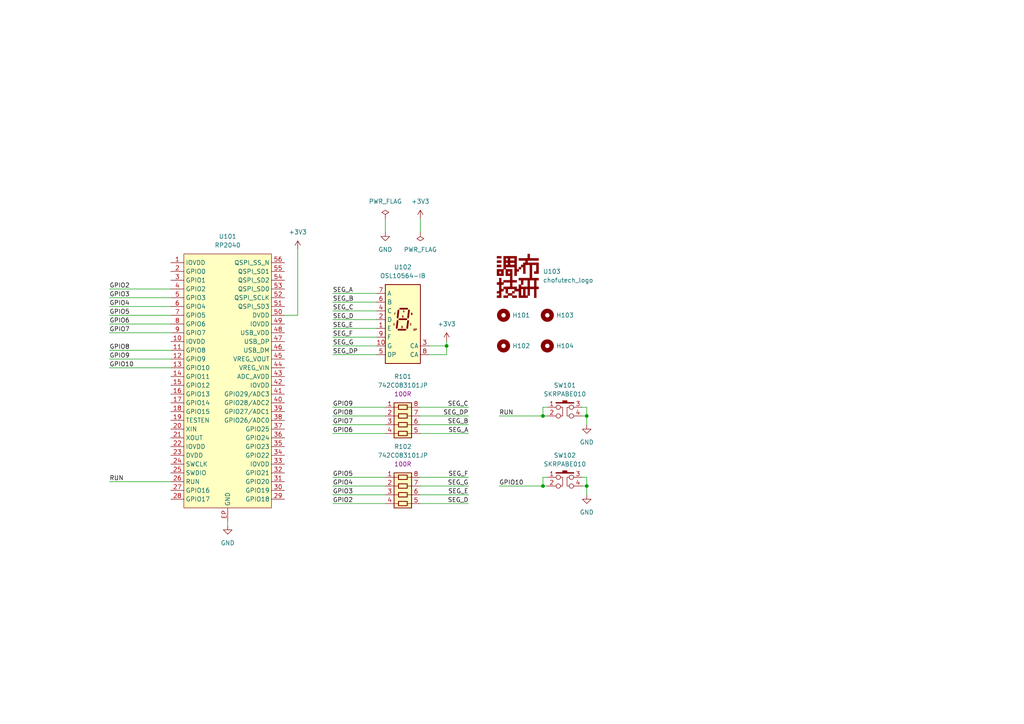
<source format=kicad_sch>
(kicad_sch (version 20211123) (generator eeschema)

  (uuid 1b20ee09-ff29-49bb-8b8d-e6cef60bdce9)

  (paper "A4")

  (title_block
    (title "battery_powered")
  )

  (lib_symbols
    (symbol "00_custom_lib:742C083101JP" (pin_names (offset 0)) (in_bom yes) (on_board yes)
      (property "Reference" "R" (id 0) (at 0 7.62 0)
        (effects (font (size 1.27 1.27)))
      )
      (property "Value" "742C083101JP" (id 1) (at 0 -7.62 0)
        (effects (font (size 1.27 1.27)))
      )
      (property "Footprint" "" (id 2) (at 1.27 9.525 0)
        (effects (font (size 1.27 1.27)) hide)
      )
      (property "Datasheet" "https://www.digikey.jp/en/products/detail/cts-resistor-products/742C083101JP/1124413" (id 3) (at 0 -10.16 0)
        (effects (font (size 1.27 1.27)) hide)
      )
      (property "Param" "100R" (id 4) (at 0 -12.7 0)
        (effects (font (size 1.27 1.27)))
      )
      (property "ki_keywords" "R network" (id 5) (at 0 0 0)
        (effects (font (size 1.27 1.27)) hide)
      )
      (property "ki_description" "100 ohm 5% 4 resistor network isolated, 3216metric, 1206imperial" (id 6) (at 0 0 0)
        (effects (font (size 1.27 1.27)) hide)
      )
      (property "ki_fp_filters" "R?Array?SIP* 742C083101JP" (id 7) (at 0 0 0)
        (effects (font (size 1.27 1.27)) hide)
      )
      (symbol "742C083101JP_0_1"
        (rectangle (start -2.54 5.08) (end 2.54 -5.08)
          (stroke (width 0.254) (type default) (color 0 0 0 0))
          (fill (type background))
        )
        (rectangle (start -1.27 -3.175) (end 1.27 -4.445)
          (stroke (width 0.254) (type default) (color 0 0 0 0))
          (fill (type none))
        )
        (rectangle (start -1.27 -0.635) (end 1.27 -1.905)
          (stroke (width 0.254) (type default) (color 0 0 0 0))
          (fill (type none))
        )
        (rectangle (start -1.27 1.905) (end 1.27 0.635)
          (stroke (width 0.254) (type default) (color 0 0 0 0))
          (fill (type none))
        )
        (rectangle (start -1.27 4.445) (end 1.27 3.175)
          (stroke (width 0.254) (type default) (color 0 0 0 0))
          (fill (type none))
        )
        (polyline
          (pts
            (xy -2.54 -3.81)
            (xy -1.27 -3.81)
          )
          (stroke (width 0) (type default) (color 0 0 0 0))
          (fill (type none))
        )
        (polyline
          (pts
            (xy -2.54 -1.27)
            (xy -1.27 -1.27)
          )
          (stroke (width 0) (type default) (color 0 0 0 0))
          (fill (type none))
        )
        (polyline
          (pts
            (xy -2.54 1.27)
            (xy -1.27 1.27)
          )
          (stroke (width 0) (type default) (color 0 0 0 0))
          (fill (type none))
        )
        (polyline
          (pts
            (xy -2.54 3.81)
            (xy -1.27 3.81)
          )
          (stroke (width 0) (type default) (color 0 0 0 0))
          (fill (type none))
        )
        (polyline
          (pts
            (xy 1.27 -3.81)
            (xy 2.54 -3.81)
          )
          (stroke (width 0) (type default) (color 0 0 0 0))
          (fill (type none))
        )
        (polyline
          (pts
            (xy 1.27 -1.27)
            (xy 2.54 -1.27)
          )
          (stroke (width 0) (type default) (color 0 0 0 0))
          (fill (type none))
        )
        (polyline
          (pts
            (xy 1.27 1.27)
            (xy 2.54 1.27)
          )
          (stroke (width 0) (type default) (color 0 0 0 0))
          (fill (type none))
        )
        (polyline
          (pts
            (xy 1.27 3.81)
            (xy 2.54 3.81)
          )
          (stroke (width 0) (type default) (color 0 0 0 0))
          (fill (type none))
        )
      )
      (symbol "742C083101JP_1_1"
        (pin passive line (at -5.08 3.81 0) (length 2.54)
          (name "" (effects (font (size 1.27 1.27))))
          (number "1" (effects (font (size 1.27 1.27))))
        )
        (pin passive line (at -5.08 1.27 0) (length 2.54)
          (name "" (effects (font (size 1.27 1.27))))
          (number "2" (effects (font (size 1.27 1.27))))
        )
        (pin passive line (at -5.08 -1.27 0) (length 2.54)
          (name "" (effects (font (size 1.27 1.27))))
          (number "3" (effects (font (size 1.27 1.27))))
        )
        (pin passive line (at -5.08 -3.81 0) (length 2.54)
          (name "" (effects (font (size 1.27 1.27))))
          (number "4" (effects (font (size 1.27 1.27))))
        )
        (pin passive line (at 5.08 -3.81 180) (length 2.54)
          (name "" (effects (font (size 1.27 1.27))))
          (number "5" (effects (font (size 1.27 1.27))))
        )
        (pin passive line (at 5.08 -1.27 180) (length 2.54)
          (name "" (effects (font (size 1.27 1.27))))
          (number "6" (effects (font (size 1.27 1.27))))
        )
        (pin passive line (at 5.08 1.27 180) (length 2.54)
          (name "" (effects (font (size 1.27 1.27))))
          (number "7" (effects (font (size 1.27 1.27))))
        )
        (pin passive line (at 5.08 3.81 180) (length 2.54)
          (name "" (effects (font (size 1.27 1.27))))
          (number "8" (effects (font (size 1.27 1.27))))
        )
      )
    )
    (symbol "00_custom_lib:MountingHole_2.2mm_M2" (pin_names (offset 1.016)) (in_bom yes) (on_board yes)
      (property "Reference" "H" (id 0) (at 0 3.175 0)
        (effects (font (size 1.27 1.27)))
      )
      (property "Value" "MountingHole_2.2mm_M2" (id 1) (at 0 -3.175 0)
        (effects (font (size 1.27 1.27)) hide)
      )
      (property "Footprint" "" (id 2) (at 0 -5.715 0)
        (effects (font (size 1.27 1.27)) hide)
      )
      (property "Datasheet" "~" (id 3) (at 0 -8.255 0)
        (effects (font (size 1.27 1.27)) hide)
      )
      (property "ki_keywords" "mounting hole m2" (id 4) (at 0 0 0)
        (effects (font (size 1.27 1.27)) hide)
      )
      (property "ki_description" "Mounting Hole 2.2mm, no annular, M2" (id 5) (at 0 0 0)
        (effects (font (size 1.27 1.27)) hide)
      )
      (property "ki_fp_filters" "MountingHole*" (id 6) (at 0 0 0)
        (effects (font (size 1.27 1.27)) hide)
      )
      (symbol "MountingHole_2.2mm_M2_0_1"
        (circle (center 0 0) (radius 1.27)
          (stroke (width 1.27) (type default) (color 0 0 0 0))
          (fill (type none))
        )
      )
    )
    (symbol "00_custom_lib:OSL10564-IB" (in_bom yes) (on_board yes)
      (property "Reference" "U" (id 0) (at 0 12.7 0)
        (effects (font (size 1.27 1.27)))
      )
      (property "Value" "OSL10564-IB" (id 1) (at 0 -13.335 0)
        (effects (font (size 1.27 1.27)))
      )
      (property "Footprint" "" (id 2) (at 0 -12.7 0)
        (effects (font (size 1.27 1.27)) hide)
      )
      (property "Datasheet" "https://akizukidenshi.com/catalog/g/g112922" (id 3) (at 0 -15.875 0)
        (effects (font (size 1.27 1.27)) hide)
      )
      (property "ki_keywords" "display LED 7-segment" (id 4) (at 0 0 0)
        (effects (font (size 1.27 1.27)) hide)
      )
      (property "ki_description" "One digit 7 segment blue 470nm, 19mm x 12.6mm, Vf 3.3V, common anode" (id 5) (at 0 0 0)
        (effects (font (size 1.27 1.27)) hide)
      )
      (property "ki_fp_filters" "HDSP?7801*" (id 6) (at 0 0 0)
        (effects (font (size 1.27 1.27)) hide)
      )
      (symbol "OSL10564-IB_1_0"
        (text "A" (at 0.254 3.683 0)
          (effects (font (size 0.508 0.508)))
        )
        (text "B" (at 2.54 2.921 0)
          (effects (font (size 0.508 0.508)))
        )
        (text "C" (at 2.286 -0.127 0)
          (effects (font (size 0.508 0.508)))
        )
        (text "D" (at -0.254 -0.889 0)
          (effects (font (size 0.508 0.508)))
        )
        (text "DP" (at 3.556 -1.651 0)
          (effects (font (size 0.508 0.508)))
        )
        (text "E" (at -2.54 -0.127 0)
          (effects (font (size 0.508 0.508)))
        )
        (text "F" (at -2.286 2.921 0)
          (effects (font (size 0.508 0.508)))
        )
        (text "G" (at 0 2.159 0)
          (effects (font (size 0.508 0.508)))
        )
      )
      (symbol "OSL10564-IB_1_1"
        (rectangle (start -5.08 11.43) (end 5.08 -11.43)
          (stroke (width 0.254) (type default) (color 0 0 0 0))
          (fill (type background))
        )
        (polyline
          (pts
            (xy -1.524 0.889)
            (xy -1.778 -1.143)
          )
          (stroke (width 0.508) (type default) (color 0 0 0 0))
          (fill (type none))
        )
        (polyline
          (pts
            (xy -1.27 -1.651)
            (xy 0.762 -1.651)
          )
          (stroke (width 0.508) (type default) (color 0 0 0 0))
          (fill (type none))
        )
        (polyline
          (pts
            (xy -1.27 3.937)
            (xy -1.524 1.905)
          )
          (stroke (width 0.508) (type default) (color 0 0 0 0))
          (fill (type none))
        )
        (polyline
          (pts
            (xy -1.016 1.397)
            (xy 1.016 1.397)
          )
          (stroke (width 0.508) (type default) (color 0 0 0 0))
          (fill (type none))
        )
        (polyline
          (pts
            (xy -0.762 4.445)
            (xy 1.27 4.445)
          )
          (stroke (width 0.508) (type default) (color 0 0 0 0))
          (fill (type none))
        )
        (polyline
          (pts
            (xy 1.524 0.889)
            (xy 1.27 -1.143)
          )
          (stroke (width 0.508) (type default) (color 0 0 0 0))
          (fill (type none))
        )
        (polyline
          (pts
            (xy 1.778 3.937)
            (xy 1.524 1.905)
          )
          (stroke (width 0.508) (type default) (color 0 0 0 0))
          (fill (type none))
        )
        (polyline
          (pts
            (xy 2.54 -1.651)
            (xy 2.54 -1.651)
          )
          (stroke (width 0.508) (type default) (color 0 0 0 0))
          (fill (type none))
        )
        (pin input line (at -7.62 -1.27 0) (length 2.54)
          (name "E" (effects (font (size 1.27 1.27))))
          (number "1" (effects (font (size 1.27 1.27))))
        )
        (pin input line (at -7.62 -6.35 0) (length 2.54)
          (name "G" (effects (font (size 1.27 1.27))))
          (number "10" (effects (font (size 1.27 1.27))))
        )
        (pin input line (at -7.62 1.27 0) (length 2.54)
          (name "D" (effects (font (size 1.27 1.27))))
          (number "2" (effects (font (size 1.27 1.27))))
        )
        (pin input line (at 7.62 -6.35 180) (length 2.54)
          (name "CA" (effects (font (size 1.27 1.27))))
          (number "3" (effects (font (size 1.27 1.27))))
        )
        (pin input line (at -7.62 3.81 0) (length 2.54)
          (name "C" (effects (font (size 1.27 1.27))))
          (number "4" (effects (font (size 1.27 1.27))))
        )
        (pin input line (at -7.62 -8.89 0) (length 2.54)
          (name "DP" (effects (font (size 1.27 1.27))))
          (number "5" (effects (font (size 1.27 1.27))))
        )
        (pin input line (at -7.62 6.35 0) (length 2.54)
          (name "B" (effects (font (size 1.27 1.27))))
          (number "6" (effects (font (size 1.27 1.27))))
        )
        (pin input line (at -7.62 8.89 0) (length 2.54)
          (name "A" (effects (font (size 1.27 1.27))))
          (number "7" (effects (font (size 1.27 1.27))))
        )
        (pin input line (at 7.62 -8.89 180) (length 2.54)
          (name "CA" (effects (font (size 1.27 1.27))))
          (number "8" (effects (font (size 1.27 1.27))))
        )
        (pin input line (at -7.62 -3.81 0) (length 2.54)
          (name "F" (effects (font (size 1.27 1.27))))
          (number "9" (effects (font (size 1.27 1.27))))
        )
      )
    )
    (symbol "00_custom_lib:RP2040" (in_bom yes) (on_board yes)
      (property "Reference" "U" (id 0) (at -12.7 38.735 0)
        (effects (font (size 1.27 1.27)) (justify left))
      )
      (property "Value" "RP2040" (id 1) (at 12.7 38.735 0)
        (effects (font (size 1.27 1.27)) (justify right))
      )
      (property "Footprint" "" (id 2) (at 1.27 -18.415 0)
        (effects (font (size 1.27 1.27)) hide)
      )
      (property "Datasheet" "https://www.raspberrypi.com/products/rp2040/specifications/" (id 3) (at 0 -51.435 0)
        (effects (font (size 1.27 1.27)) hide)
      )
      (property "ki_keywords" "mcu rp2040" (id 4) (at 0 0 0)
        (effects (font (size 1.27 1.27)) hide)
      )
      (property "ki_description" "RP2040 microcontroller" (id 5) (at 0 0 0)
        (effects (font (size 1.27 1.27)) hide)
      )
      (property "ki_fp_filters" "RP2040" (id 6) (at 0 0 0)
        (effects (font (size 1.27 1.27)) hide)
      )
      (symbol "RP2040_0_1"
        (rectangle (start -12.7 36.83) (end 12.7 -36.83)
          (stroke (width 0) (type default) (color 0 0 0 0))
          (fill (type background))
        )
      )
      (symbol "RP2040_1_1"
        (pin power_in line (at -16.51 34.29 0) (length 3.81)
          (name "IOVDD" (effects (font (size 1.27 1.27))))
          (number "1" (effects (font (size 1.27 1.27))))
        )
        (pin power_in line (at -16.51 11.43 0) (length 3.81)
          (name "IOVDD" (effects (font (size 1.27 1.27))))
          (number "10" (effects (font (size 1.27 1.27))))
        )
        (pin passive line (at -16.51 8.89 0) (length 3.81)
          (name "GPIO8" (effects (font (size 1.27 1.27))))
          (number "11" (effects (font (size 1.27 1.27))))
        )
        (pin passive line (at -16.51 6.35 0) (length 3.81)
          (name "GPIO9" (effects (font (size 1.27 1.27))))
          (number "12" (effects (font (size 1.27 1.27))))
        )
        (pin passive line (at -16.51 3.81 0) (length 3.81)
          (name "GPIO10" (effects (font (size 1.27 1.27))))
          (number "13" (effects (font (size 1.27 1.27))))
        )
        (pin passive line (at -16.51 1.27 0) (length 3.81)
          (name "GPIO11" (effects (font (size 1.27 1.27))))
          (number "14" (effects (font (size 1.27 1.27))))
        )
        (pin power_in line (at -16.51 -1.27 0) (length 3.81)
          (name "GPIO12" (effects (font (size 1.27 1.27))))
          (number "15" (effects (font (size 1.27 1.27))))
        )
        (pin passive line (at -16.51 -3.81 0) (length 3.81)
          (name "GPIO13" (effects (font (size 1.27 1.27))))
          (number "16" (effects (font (size 1.27 1.27))))
        )
        (pin passive line (at -16.51 -6.35 0) (length 3.81)
          (name "GPIO14" (effects (font (size 1.27 1.27))))
          (number "17" (effects (font (size 1.27 1.27))))
        )
        (pin passive line (at -16.51 -8.89 0) (length 3.81)
          (name "GPIO15" (effects (font (size 1.27 1.27))))
          (number "18" (effects (font (size 1.27 1.27))))
        )
        (pin passive line (at -16.51 -11.43 0) (length 3.81)
          (name "TESTEN" (effects (font (size 1.27 1.27))))
          (number "19" (effects (font (size 1.27 1.27))))
        )
        (pin passive line (at -16.51 31.75 0) (length 3.81)
          (name "GPIO0" (effects (font (size 1.27 1.27))))
          (number "2" (effects (font (size 1.27 1.27))))
        )
        (pin passive line (at -16.51 -13.97 0) (length 3.81)
          (name "XIN" (effects (font (size 1.27 1.27))))
          (number "20" (effects (font (size 1.27 1.27))))
        )
        (pin passive line (at -16.51 -16.51 0) (length 3.81)
          (name "XOUT" (effects (font (size 1.27 1.27))))
          (number "21" (effects (font (size 1.27 1.27))))
        )
        (pin power_in line (at -16.51 -19.05 0) (length 3.81)
          (name "IOVDD" (effects (font (size 1.27 1.27))))
          (number "22" (effects (font (size 1.27 1.27))))
        )
        (pin power_in line (at -16.51 -21.59 0) (length 3.81)
          (name "DVDD" (effects (font (size 1.27 1.27))))
          (number "23" (effects (font (size 1.27 1.27))))
        )
        (pin passive line (at -16.51 -24.13 0) (length 3.81)
          (name "SWCLK" (effects (font (size 1.27 1.27))))
          (number "24" (effects (font (size 1.27 1.27))))
        )
        (pin passive line (at -16.51 -26.67 0) (length 3.81)
          (name "SWDIO" (effects (font (size 1.27 1.27))))
          (number "25" (effects (font (size 1.27 1.27))))
        )
        (pin passive line (at -16.51 -29.21 0) (length 3.81)
          (name "RUN" (effects (font (size 1.27 1.27))))
          (number "26" (effects (font (size 1.27 1.27))))
        )
        (pin passive line (at -16.51 -31.75 0) (length 3.81)
          (name "GPIO16" (effects (font (size 1.27 1.27))))
          (number "27" (effects (font (size 1.27 1.27))))
        )
        (pin passive line (at -16.51 -34.29 0) (length 3.81)
          (name "GPIO17" (effects (font (size 1.27 1.27))))
          (number "28" (effects (font (size 1.27 1.27))))
        )
        (pin passive line (at 16.51 -34.29 180) (length 3.81)
          (name "GPIO18" (effects (font (size 1.27 1.27))))
          (number "29" (effects (font (size 1.27 1.27))))
        )
        (pin passive line (at -16.51 29.21 0) (length 3.81)
          (name "GPIO1" (effects (font (size 1.27 1.27))))
          (number "3" (effects (font (size 1.27 1.27))))
        )
        (pin passive line (at 16.51 -31.75 180) (length 3.81)
          (name "GPIO19" (effects (font (size 1.27 1.27))))
          (number "30" (effects (font (size 1.27 1.27))))
        )
        (pin passive line (at 16.51 -29.21 180) (length 3.81)
          (name "GPIO20" (effects (font (size 1.27 1.27))))
          (number "31" (effects (font (size 1.27 1.27))))
        )
        (pin passive line (at 16.51 -26.67 180) (length 3.81)
          (name "GPIO21" (effects (font (size 1.27 1.27))))
          (number "32" (effects (font (size 1.27 1.27))))
        )
        (pin power_in line (at 16.51 -24.13 180) (length 3.81)
          (name "IOVDD" (effects (font (size 1.27 1.27))))
          (number "33" (effects (font (size 1.27 1.27))))
        )
        (pin passive line (at 16.51 -21.59 180) (length 3.81)
          (name "GPIO22" (effects (font (size 1.27 1.27))))
          (number "34" (effects (font (size 1.27 1.27))))
        )
        (pin passive line (at 16.51 -19.05 180) (length 3.81)
          (name "GPIO23" (effects (font (size 1.27 1.27))))
          (number "35" (effects (font (size 1.27 1.27))))
        )
        (pin passive line (at 16.51 -16.51 180) (length 3.81)
          (name "GPIO24" (effects (font (size 1.27 1.27))))
          (number "36" (effects (font (size 1.27 1.27))))
        )
        (pin passive line (at 16.51 -13.97 180) (length 3.81)
          (name "GPIO25" (effects (font (size 1.27 1.27))))
          (number "37" (effects (font (size 1.27 1.27))))
        )
        (pin passive line (at 16.51 -11.43 180) (length 3.81)
          (name "GPIO26/ADC0" (effects (font (size 1.27 1.27))))
          (number "38" (effects (font (size 1.27 1.27))))
        )
        (pin passive line (at 16.51 -8.89 180) (length 3.81)
          (name "GPIO27/ADC1" (effects (font (size 1.27 1.27))))
          (number "39" (effects (font (size 1.27 1.27))))
        )
        (pin passive line (at -16.51 26.67 0) (length 3.81)
          (name "GPIO2" (effects (font (size 1.27 1.27))))
          (number "4" (effects (font (size 1.27 1.27))))
        )
        (pin passive line (at 16.51 -6.35 180) (length 3.81)
          (name "GPIO28/ADC2" (effects (font (size 1.27 1.27))))
          (number "40" (effects (font (size 1.27 1.27))))
        )
        (pin passive line (at 16.51 -3.81 180) (length 3.81)
          (name "GPIO29/ADC3" (effects (font (size 1.27 1.27))))
          (number "41" (effects (font (size 1.27 1.27))))
        )
        (pin power_in line (at 16.51 -1.27 180) (length 3.81)
          (name "IOVDD" (effects (font (size 1.27 1.27))))
          (number "42" (effects (font (size 1.27 1.27))))
        )
        (pin power_in line (at 16.51 1.27 180) (length 3.81)
          (name "ADC_AVDD" (effects (font (size 1.27 1.27))))
          (number "43" (effects (font (size 1.27 1.27))))
        )
        (pin power_in line (at 16.51 3.81 180) (length 3.81)
          (name "VREG_VIN" (effects (font (size 1.27 1.27))))
          (number "44" (effects (font (size 1.27 1.27))))
        )
        (pin power_out line (at 16.51 6.35 180) (length 3.81)
          (name "VREG_VOUT" (effects (font (size 1.27 1.27))))
          (number "45" (effects (font (size 1.27 1.27))))
        )
        (pin passive line (at 16.51 8.89 180) (length 3.81)
          (name "USB_DM" (effects (font (size 1.27 1.27))))
          (number "46" (effects (font (size 1.27 1.27))))
        )
        (pin passive line (at 16.51 11.43 180) (length 3.81)
          (name "USB_DP" (effects (font (size 1.27 1.27))))
          (number "47" (effects (font (size 1.27 1.27))))
        )
        (pin power_in line (at 16.51 13.97 180) (length 3.81)
          (name "USB_VDD" (effects (font (size 1.27 1.27))))
          (number "48" (effects (font (size 1.27 1.27))))
        )
        (pin power_in line (at 16.51 16.51 180) (length 3.81)
          (name "IOVDD" (effects (font (size 1.27 1.27))))
          (number "49" (effects (font (size 1.27 1.27))))
        )
        (pin passive line (at -16.51 24.13 0) (length 3.81)
          (name "GPIO3" (effects (font (size 1.27 1.27))))
          (number "5" (effects (font (size 1.27 1.27))))
        )
        (pin power_in line (at 16.51 19.05 180) (length 3.81)
          (name "DVDD" (effects (font (size 1.27 1.27))))
          (number "50" (effects (font (size 1.27 1.27))))
        )
        (pin passive line (at 16.51 21.59 180) (length 3.81)
          (name "QSPI_SD3" (effects (font (size 1.27 1.27))))
          (number "51" (effects (font (size 1.27 1.27))))
        )
        (pin passive line (at 16.51 24.13 180) (length 3.81)
          (name "QSPI_SCLK" (effects (font (size 1.27 1.27))))
          (number "52" (effects (font (size 1.27 1.27))))
        )
        (pin passive line (at 16.51 26.67 180) (length 3.81)
          (name "QSPI_SD0" (effects (font (size 1.27 1.27))))
          (number "53" (effects (font (size 1.27 1.27))))
        )
        (pin passive line (at 16.51 29.21 180) (length 3.81)
          (name "QSPI_SD2" (effects (font (size 1.27 1.27))))
          (number "54" (effects (font (size 1.27 1.27))))
        )
        (pin passive line (at 16.51 31.75 180) (length 3.81)
          (name "QSPI_SD1" (effects (font (size 1.27 1.27))))
          (number "55" (effects (font (size 1.27 1.27))))
        )
        (pin passive line (at 16.51 34.29 180) (length 3.81)
          (name "QSPI_SS_N" (effects (font (size 1.27 1.27))))
          (number "56" (effects (font (size 1.27 1.27))))
        )
        (pin passive line (at -16.51 21.59 0) (length 3.81)
          (name "GPIO4" (effects (font (size 1.27 1.27))))
          (number "6" (effects (font (size 1.27 1.27))))
        )
        (pin passive line (at -16.51 19.05 0) (length 3.81)
          (name "GPIO5" (effects (font (size 1.27 1.27))))
          (number "7" (effects (font (size 1.27 1.27))))
        )
        (pin passive line (at -16.51 16.51 0) (length 3.81)
          (name "GPIO6" (effects (font (size 1.27 1.27))))
          (number "8" (effects (font (size 1.27 1.27))))
        )
        (pin passive line (at -16.51 13.97 0) (length 3.81)
          (name "GPIO7" (effects (font (size 1.27 1.27))))
          (number "9" (effects (font (size 1.27 1.27))))
        )
        (pin power_in line (at 0 -40.64 90) (length 3.81)
          (name "GND" (effects (font (size 1.27 1.27))))
          (number "EP" (effects (font (size 1.27 1.27))))
        )
      )
    )
    (symbol "00_custom_lib:SKRPABE010" (in_bom yes) (on_board yes)
      (property "Reference" "SW" (id 0) (at 0 5.08 0)
        (effects (font (size 1.27 1.27)))
      )
      (property "Value" "SKRPABE010" (id 1) (at 0 -3.81 0)
        (effects (font (size 1.27 1.27)))
      )
      (property "Footprint" "" (id 2) (at -5.08 1.27 0)
        (effects (font (size 1.27 1.27)) hide)
      )
      (property "Datasheet" "https://akizukidenshi.com/catalog/g/gP-06184/" (id 3) (at 0 -6.35 0)
        (effects (font (size 1.27 1.27)) hide)
      )
      (property "ki_keywords" "tactile switch" (id 4) (at 0 0 0)
        (effects (font (size 1.27 1.27)) hide)
      )
      (property "ki_description" "Tactile switch, 16V, 1.57N, SMD" (id 5) (at 0 0 0)
        (effects (font (size 1.27 1.27)) hide)
      )
      (symbol "SKRPABE010_0_1"
        (circle (center -1.905 -1.27) (radius 0.635)
          (stroke (width 0) (type default) (color 0 0 0 0))
          (fill (type none))
        )
        (circle (center -1.905 1.27) (radius 0.635)
          (stroke (width 0) (type default) (color 0 0 0 0))
          (fill (type none))
        )
        (rectangle (start -0.635 3.175) (end 0.635 2.54)
          (stroke (width 0) (type default) (color 0 0 0 0))
          (fill (type outline))
        )
        (polyline
          (pts
            (xy -1.27 1.27)
            (xy -0.635 1.27)
            (xy -0.635 -1.27)
            (xy -1.27 -1.27)
          )
          (stroke (width 0) (type default) (color 0 0 0 0))
          (fill (type none))
        )
        (polyline
          (pts
            (xy 1.27 -1.27)
            (xy 0.635 -1.27)
            (xy 0.635 1.27)
            (xy 1.27 1.27)
          )
          (stroke (width 0) (type default) (color 0 0 0 0))
          (fill (type none))
        )
        (circle (center 1.905 -1.27) (radius 0.635)
          (stroke (width 0) (type default) (color 0 0 0 0))
          (fill (type none))
        )
        (circle (center 1.905 1.27) (radius 0.635)
          (stroke (width 0) (type default) (color 0 0 0 0))
          (fill (type none))
        )
        (pin passive line (at -5.08 1.27 0) (length 2.54)
          (name "" (effects (font (size 1.27 1.27))))
          (number "1" (effects (font (size 1.27 1.27))))
        )
        (pin passive line (at -5.08 -1.27 0) (length 2.54)
          (name "" (effects (font (size 1.27 1.27))))
          (number "2" (effects (font (size 1.27 1.27))))
        )
        (pin passive line (at 5.08 1.27 180) (length 2.54)
          (name "" (effects (font (size 1.27 1.27))))
          (number "3" (effects (font (size 1.27 1.27))))
        )
        (pin passive line (at 5.08 -1.27 180) (length 2.54)
          (name "" (effects (font (size 1.27 1.27))))
          (number "4" (effects (font (size 1.27 1.27))))
        )
      )
      (symbol "SKRPABE010_1_0"
        (polyline
          (pts
            (xy 2.54 2.54)
            (xy -2.54 2.54)
          )
          (stroke (width 0.381) (type default) (color 0 0 0 0))
          (fill (type none))
        )
      )
    )
    (symbol "00_custom_lib:chofutech_logo" (in_bom yes) (on_board yes)
      (property "Reference" "U" (id 0) (at 0 9.525 0)
        (effects (font (size 1.27 1.27)))
      )
      (property "Value" "chofutech_logo" (id 1) (at 0 7.62 0)
        (effects (font (size 1.27 1.27)))
      )
      (property "Footprint" "" (id 2) (at -6.35 0 0)
        (effects (font (size 1.27 1.27)) hide)
      )
      (property "Datasheet" "" (id 3) (at -6.35 0 0)
        (effects (font (size 1.27 1.27)) hide)
      )
      (property "ki_keywords" "Chofutech Logo" (id 4) (at 0 0 0)
        (effects (font (size 1.27 1.27)) hide)
      )
      (property "ki_description" "Chofutech Logo" (id 5) (at 0 0 0)
        (effects (font (size 1.27 1.27)) hide)
      )
      (symbol "chofutech_logo_0_1"
        (polyline
          (pts
            (xy -5.715 3.175)
            (xy -5.715 2.54)
            (xy -4.445 2.54)
            (xy -4.445 3.175)
            (xy -5.715 3.175)
          )
          (stroke (width 0.0013) (type default) (color 0 0 0 0))
          (fill (type outline))
        )
        (polyline
          (pts
            (xy -5.715 4.445)
            (xy -5.715 3.81)
            (xy -4.445 3.81)
            (xy -4.445 4.445)
            (xy -5.715 4.445)
          )
          (stroke (width 0.0013) (type default) (color 0 0 0 0))
          (fill (type outline))
        )
        (polyline
          (pts
            (xy -5.715 5.715)
            (xy -5.715 5.08)
            (xy -4.445 5.08)
            (xy -4.445 5.715)
            (xy -5.715 5.715)
          )
          (stroke (width 0.0013) (type default) (color 0 0 0 0))
          (fill (type outline))
        )
        (polyline
          (pts
            (xy -3.81 5.715)
            (xy -3.81 4.445)
            (xy -3.175 4.445)
            (xy -3.175 5.08)
            (xy -2.54 5.08)
            (xy -2.54 4.445)
            (xy -3.81 4.445)
            (xy -3.81 3.175)
            (xy -3.175 3.175)
            (xy -3.175 3.81)
            (xy -2.54 3.81)
            (xy -2.54 3.175)
            (xy -3.81 3.175)
            (xy -3.81 1.905)
            (xy -5.715 1.905)
            (xy -5.715 0)
            (xy -3.81 0)
            (xy -3.81 1.27)
            (xy -4.445 1.27)
            (xy -4.445 0.635)
            (xy -5.08 0.635)
            (xy -5.08 1.27)
            (xy -3.81 1.27)
            (xy -3.81 1.905)
            (xy -3.175 1.905)
            (xy -3.175 2.54)
            (xy -1.905 2.54)
            (xy -1.905 5.08)
            (xy -0.635 5.08)
            (xy -0.635 4.445)
            (xy -1.905 4.445)
            (xy -1.905 3.81)
            (xy -0.635 3.81)
            (xy -0.635 3.175)
            (xy -1.905 3.175)
            (xy -1.905 2.54)
            (xy -0.635 2.54)
            (xy -0.635 0)
            (xy 0 0)
            (xy 0 1.27)
            (xy 0.635 1.27)
            (xy 0.635 1.905)
            (xy 1.27 1.905)
            (xy 1.27 2.54)
            (xy 1.905 2.54)
            (xy 1.905 0.635)
            (xy 2.54 0.635)
            (xy 2.54 3.175)
            (xy 3.81 3.175)
            (xy 3.81 -1.27)
            (xy 5.08 -1.27)
            (xy 5.08 -3.175)
            (xy 3.81 -3.175)
            (xy 3.81 -1.27)
            (xy 3.175 -1.27)
            (xy 3.175 -3.175)
            (xy 1.27 -3.175)
            (xy 1.27 -2.54)
            (xy 1.905 -2.54)
            (xy 1.905 -1.27)
            (xy 3.81 -1.27)
            (xy 3.81 -0.635)
            (xy 0.635 -0.635)
            (xy 0.635 -1.27)
            (xy 1.27 -1.27)
            (xy 1.27 -2.54)
            (xy 0.635 -2.54)
            (xy 0.635 -3.81)
            (xy 1.905 -3.81)
            (xy 1.905 -5.715)
            (xy 2.54 -5.715)
            (xy 2.54 -3.81)
            (xy 3.175 -3.81)
            (xy 3.175 -5.715)
            (xy 1.27 -5.715)
            (xy 1.27 -3.81)
            (xy 0 -3.81)
            (xy 0 -3.175)
            (xy -1.27 -3.175)
            (xy -1.27 -1.905)
            (xy 0 -1.905)
            (xy 0 -1.27)
            (xy -1.27 -1.27)
            (xy -1.27 1.905)
            (xy -3.175 1.905)
            (xy -3.175 0)
            (xy -1.905 0)
            (xy -1.905 0.635)
            (xy -2.54 0.635)
            (xy -2.54 1.27)
            (xy -1.905 1.27)
            (xy -1.905 -1.27)
            (xy -3.81 -1.27)
            (xy -3.81 -1.905)
            (xy -1.905 -1.905)
            (xy -1.905 -3.175)
            (xy -3.81 -3.175)
            (xy -3.81 -3.81)
            (xy -4.445 -3.81)
            (xy -4.445 -3.175)
            (xy -4.445 -2.54)
            (xy -3.81 -2.54)
            (xy -3.81 -1.905)
            (xy -4.445 -1.905)
            (xy -4.445 -0.635)
            (xy -5.08 -0.635)
            (xy -5.08 -1.905)
            (xy -5.715 -1.905)
            (xy -5.715 -2.54)
            (xy -5.08 -2.54)
            (xy -5.08 -4.445)
            (xy -5.715 -4.445)
            (xy -5.715 -5.08)
            (xy -5.08 -5.08)
            (xy -5.08 -5.715)
            (xy -5.715 -5.715)
            (xy -5.715 -6.35)
            (xy -4.445 -6.35)
            (xy -4.445 -4.445)
            (xy -3.81 -4.445)
            (xy -3.81 -3.81)
            (xy -3.175 -3.81)
            (xy -3.175 -5.08)
            (xy -2.54 -5.08)
            (xy -2.54 -3.81)
            (xy -0.635 -3.81)
            (xy -0.635 -4.445)
            (xy -1.27 -4.445)
            (xy -1.27 -5.08)
            (xy -2.54 -5.08)
            (xy -2.54 -5.715)
            (xy -3.81 -5.715)
            (xy -3.81 -6.35)
            (xy -2.54 -6.35)
            (xy -2.54 -5.715)
            (xy -1.27 -5.715)
            (xy -1.27 -6.35)
            (xy 0 -6.35)
            (xy 0 -5.715)
            (xy -1.27 -5.715)
            (xy -1.27 -5.08)
            (xy -0.635 -5.08)
            (xy -0.635 -4.445)
            (xy 0.635 -4.445)
            (xy 0.635 -6.35)
            (xy 3.175 -6.35)
            (xy 3.175 -5.715)
            (xy 3.81 -5.715)
            (xy 3.81 -3.81)
            (xy 5.08 -3.81)
            (xy 5.08 -6.35)
            (xy 5.715 -6.35)
            (xy 5.715 -3.81)
            (xy 6.35 -3.81)
            (xy 6.35 -3.175)
            (xy 5.715 -3.175)
            (xy 5.715 -1.27)
            (xy 6.35 -1.27)
            (xy 6.35 -0.635)
            (xy 4.445 -0.635)
            (xy 4.445 3.175)
            (xy 5.715 3.175)
            (xy 5.715 1.27)
            (xy 5.08 1.27)
            (xy 5.08 0.635)
            (xy 6.35 0.635)
            (xy 6.35 3.81)
            (xy 3.175 3.81)
            (xy 3.175 4.445)
            (xy 6.35 4.445)
            (xy 6.35 5.08)
            (xy 3.81 5.08)
            (xy 3.81 6.35)
            (xy 3.175 6.35)
            (xy 3.175 5.08)
            (xy 0.635 5.08)
            (xy 0.635 4.445)
            (xy 2.54 4.445)
            (xy 2.54 3.81)
            (xy 1.905 3.81)
            (xy 1.905 3.175)
            (xy 1.27 3.175)
            (xy 1.27 2.54)
            (xy 0.635 2.54)
            (xy 0.635 1.905)
            (xy 0 1.905)
            (xy 0 5.715)
            (xy -3.81 5.715)
          )
          (stroke (width 0.0013) (type default) (color 0 0 0 0))
          (fill (type outline))
        )
      )
    )
    (symbol "power:+3V3" (power) (pin_names (offset 0)) (in_bom yes) (on_board yes)
      (property "Reference" "#PWR" (id 0) (at 0 -3.81 0)
        (effects (font (size 1.27 1.27)) hide)
      )
      (property "Value" "+3V3" (id 1) (at 0 3.556 0)
        (effects (font (size 1.27 1.27)))
      )
      (property "Footprint" "" (id 2) (at 0 0 0)
        (effects (font (size 1.27 1.27)) hide)
      )
      (property "Datasheet" "" (id 3) (at 0 0 0)
        (effects (font (size 1.27 1.27)) hide)
      )
      (property "ki_keywords" "global power" (id 4) (at 0 0 0)
        (effects (font (size 1.27 1.27)) hide)
      )
      (property "ki_description" "Power symbol creates a global label with name \"+3V3\"" (id 5) (at 0 0 0)
        (effects (font (size 1.27 1.27)) hide)
      )
      (symbol "+3V3_0_1"
        (polyline
          (pts
            (xy -0.762 1.27)
            (xy 0 2.54)
          )
          (stroke (width 0) (type default) (color 0 0 0 0))
          (fill (type none))
        )
        (polyline
          (pts
            (xy 0 0)
            (xy 0 2.54)
          )
          (stroke (width 0) (type default) (color 0 0 0 0))
          (fill (type none))
        )
        (polyline
          (pts
            (xy 0 2.54)
            (xy 0.762 1.27)
          )
          (stroke (width 0) (type default) (color 0 0 0 0))
          (fill (type none))
        )
      )
      (symbol "+3V3_1_1"
        (pin power_in line (at 0 0 90) (length 0) hide
          (name "+3V3" (effects (font (size 1.27 1.27))))
          (number "1" (effects (font (size 1.27 1.27))))
        )
      )
    )
    (symbol "power:GND" (power) (pin_names (offset 0)) (in_bom yes) (on_board yes)
      (property "Reference" "#PWR" (id 0) (at 0 -6.35 0)
        (effects (font (size 1.27 1.27)) hide)
      )
      (property "Value" "GND" (id 1) (at 0 -3.81 0)
        (effects (font (size 1.27 1.27)))
      )
      (property "Footprint" "" (id 2) (at 0 0 0)
        (effects (font (size 1.27 1.27)) hide)
      )
      (property "Datasheet" "" (id 3) (at 0 0 0)
        (effects (font (size 1.27 1.27)) hide)
      )
      (property "ki_keywords" "global power" (id 4) (at 0 0 0)
        (effects (font (size 1.27 1.27)) hide)
      )
      (property "ki_description" "Power symbol creates a global label with name \"GND\" , ground" (id 5) (at 0 0 0)
        (effects (font (size 1.27 1.27)) hide)
      )
      (symbol "GND_0_1"
        (polyline
          (pts
            (xy 0 0)
            (xy 0 -1.27)
            (xy 1.27 -1.27)
            (xy 0 -2.54)
            (xy -1.27 -1.27)
            (xy 0 -1.27)
          )
          (stroke (width 0) (type default) (color 0 0 0 0))
          (fill (type none))
        )
      )
      (symbol "GND_1_1"
        (pin power_in line (at 0 0 270) (length 0) hide
          (name "GND" (effects (font (size 1.27 1.27))))
          (number "1" (effects (font (size 1.27 1.27))))
        )
      )
    )
    (symbol "power:PWR_FLAG" (power) (pin_numbers hide) (pin_names (offset 0) hide) (in_bom yes) (on_board yes)
      (property "Reference" "#FLG" (id 0) (at 0 1.905 0)
        (effects (font (size 1.27 1.27)) hide)
      )
      (property "Value" "PWR_FLAG" (id 1) (at 0 3.81 0)
        (effects (font (size 1.27 1.27)))
      )
      (property "Footprint" "" (id 2) (at 0 0 0)
        (effects (font (size 1.27 1.27)) hide)
      )
      (property "Datasheet" "~" (id 3) (at 0 0 0)
        (effects (font (size 1.27 1.27)) hide)
      )
      (property "ki_keywords" "flag power" (id 4) (at 0 0 0)
        (effects (font (size 1.27 1.27)) hide)
      )
      (property "ki_description" "Special symbol for telling ERC where power comes from" (id 5) (at 0 0 0)
        (effects (font (size 1.27 1.27)) hide)
      )
      (symbol "PWR_FLAG_0_0"
        (pin power_out line (at 0 0 90) (length 0)
          (name "pwr" (effects (font (size 1.27 1.27))))
          (number "1" (effects (font (size 1.27 1.27))))
        )
      )
      (symbol "PWR_FLAG_0_1"
        (polyline
          (pts
            (xy 0 0)
            (xy 0 1.27)
            (xy -1.016 1.905)
            (xy 0 2.54)
            (xy 1.016 1.905)
            (xy 0 1.27)
          )
          (stroke (width 0) (type default) (color 0 0 0 0))
          (fill (type none))
        )
      )
    )
  )


  (junction (at 129.54 100.33) (diameter 0) (color 0 0 0 0)
    (uuid 0620b0b2-c7b0-4c12-a552-7aa8041c7962)
  )
  (junction (at 157.48 140.97) (diameter 0) (color 0 0 0 0)
    (uuid 1daa6c5b-8fe6-4836-bf4c-2df54206462c)
  )
  (junction (at 157.48 120.65) (diameter 0) (color 0 0 0 0)
    (uuid 507836ef-f412-4e7b-ae9c-fe0f3421e4f3)
  )
  (junction (at 170.18 120.65) (diameter 0) (color 0 0 0 0)
    (uuid 5ab669f9-2b2e-4935-ac23-da4ed2e97671)
  )
  (junction (at 170.18 140.97) (diameter 0) (color 0 0 0 0)
    (uuid f7e5d356-07ab-4e26-b660-1f9e2bdf3af3)
  )

  (wire (pts (xy 157.48 140.97) (xy 158.75 140.97))
    (stroke (width 0) (type default) (color 0 0 0 0))
    (uuid 01059cff-2151-4925-abad-5f7d6f8a6345)
  )
  (wire (pts (xy 96.52 138.43) (xy 111.76 138.43))
    (stroke (width 0) (type default) (color 0 0 0 0))
    (uuid 02de0b62-d6e7-4721-bdc7-5fde203cf2b9)
  )
  (wire (pts (xy 129.54 100.33) (xy 129.54 99.06))
    (stroke (width 0) (type default) (color 0 0 0 0))
    (uuid 0608ed77-f322-46f3-b51f-286dd5ab9331)
  )
  (wire (pts (xy 31.75 101.6) (xy 49.53 101.6))
    (stroke (width 0) (type default) (color 0 0 0 0))
    (uuid 0abbc2f3-74bc-4821-8b1d-3f81409c54e4)
  )
  (wire (pts (xy 121.92 120.65) (xy 135.89 120.65))
    (stroke (width 0) (type default) (color 0 0 0 0))
    (uuid 0f4152b7-67b4-4104-bc46-501a5386d44a)
  )
  (wire (pts (xy 170.18 140.97) (xy 170.18 143.51))
    (stroke (width 0) (type default) (color 0 0 0 0))
    (uuid 1bf76969-2e71-4f5c-b528-7c500a7c510b)
  )
  (wire (pts (xy 31.75 91.44) (xy 49.53 91.44))
    (stroke (width 0) (type default) (color 0 0 0 0))
    (uuid 235bb615-ad2c-413b-a3a8-1106497faf28)
  )
  (wire (pts (xy 96.52 90.17) (xy 109.22 90.17))
    (stroke (width 0) (type default) (color 0 0 0 0))
    (uuid 240816ad-583c-4f86-a300-91e6ef060eac)
  )
  (wire (pts (xy 144.78 120.65) (xy 157.48 120.65))
    (stroke (width 0) (type default) (color 0 0 0 0))
    (uuid 25a2f452-2ea8-48da-ac22-0adee0ff29bd)
  )
  (wire (pts (xy 157.48 138.43) (xy 157.48 140.97))
    (stroke (width 0) (type default) (color 0 0 0 0))
    (uuid 25f23f86-ec4f-4616-8525-0cb2cc3a0e36)
  )
  (wire (pts (xy 124.46 102.87) (xy 129.54 102.87))
    (stroke (width 0) (type default) (color 0 0 0 0))
    (uuid 2714b232-c14a-492d-8672-65587cd92628)
  )
  (wire (pts (xy 170.18 118.11) (xy 170.18 120.65))
    (stroke (width 0) (type default) (color 0 0 0 0))
    (uuid 2b1f34b5-227d-4469-86ae-7903ad70f2df)
  )
  (wire (pts (xy 96.52 87.63) (xy 109.22 87.63))
    (stroke (width 0) (type default) (color 0 0 0 0))
    (uuid 2b2e5b3a-7dfc-4dbc-b8ae-42db14a616c8)
  )
  (wire (pts (xy 170.18 120.65) (xy 168.91 120.65))
    (stroke (width 0) (type default) (color 0 0 0 0))
    (uuid 2e1d61e8-b5cb-4bab-82d1-a36e652d9d9b)
  )
  (wire (pts (xy 170.18 138.43) (xy 168.91 138.43))
    (stroke (width 0) (type default) (color 0 0 0 0))
    (uuid 34b67323-2dd5-4d95-9770-4806bc178c12)
  )
  (wire (pts (xy 86.36 91.44) (xy 82.55 91.44))
    (stroke (width 0) (type default) (color 0 0 0 0))
    (uuid 40c9c1e5-75e1-4393-990b-6f37a0ae7c7d)
  )
  (wire (pts (xy 31.75 106.68) (xy 49.53 106.68))
    (stroke (width 0) (type default) (color 0 0 0 0))
    (uuid 434001f9-2c68-42df-883c-22f3b3c3b3f9)
  )
  (wire (pts (xy 96.52 120.65) (xy 111.76 120.65))
    (stroke (width 0) (type default) (color 0 0 0 0))
    (uuid 53a8ff7e-deba-4519-9d67-8a61da393558)
  )
  (wire (pts (xy 121.92 123.19) (xy 135.89 123.19))
    (stroke (width 0) (type default) (color 0 0 0 0))
    (uuid 5412a782-ab60-4e98-a9f8-92a9c38a8afb)
  )
  (wire (pts (xy 96.52 125.73) (xy 111.76 125.73))
    (stroke (width 0) (type default) (color 0 0 0 0))
    (uuid 5b9e175e-2797-418c-bfd2-0fc6e1157d9a)
  )
  (wire (pts (xy 31.75 96.52) (xy 49.53 96.52))
    (stroke (width 0) (type default) (color 0 0 0 0))
    (uuid 614b01c1-4164-4238-b8e6-b537904025e9)
  )
  (wire (pts (xy 157.48 120.65) (xy 158.75 120.65))
    (stroke (width 0) (type default) (color 0 0 0 0))
    (uuid 65017493-bf31-42df-b81d-fd4d07f201a6)
  )
  (wire (pts (xy 96.52 118.11) (xy 111.76 118.11))
    (stroke (width 0) (type default) (color 0 0 0 0))
    (uuid 6524f782-f6a2-4097-a1a7-85d5fdf4a7a7)
  )
  (wire (pts (xy 124.46 100.33) (xy 129.54 100.33))
    (stroke (width 0) (type default) (color 0 0 0 0))
    (uuid 662c6d8f-3e8f-4cb6-b10f-f8462de32575)
  )
  (wire (pts (xy 121.92 125.73) (xy 135.89 125.73))
    (stroke (width 0) (type default) (color 0 0 0 0))
    (uuid 662f94ee-863c-428e-8c11-c41e84533074)
  )
  (wire (pts (xy 96.52 146.05) (xy 111.76 146.05))
    (stroke (width 0) (type default) (color 0 0 0 0))
    (uuid 6e2d301a-514a-45bf-89ff-81f0b96db90c)
  )
  (wire (pts (xy 121.92 118.11) (xy 135.89 118.11))
    (stroke (width 0) (type default) (color 0 0 0 0))
    (uuid 74258572-1733-4e6e-865f-9035f986c537)
  )
  (wire (pts (xy 129.54 102.87) (xy 129.54 100.33))
    (stroke (width 0) (type default) (color 0 0 0 0))
    (uuid 77cb67f5-ee5a-424d-8632-5a7ee7298dd0)
  )
  (wire (pts (xy 96.52 140.97) (xy 111.76 140.97))
    (stroke (width 0) (type default) (color 0 0 0 0))
    (uuid 7dc55fc2-58d8-4585-8fa9-7bb4e9e8e789)
  )
  (wire (pts (xy 31.75 104.14) (xy 49.53 104.14))
    (stroke (width 0) (type default) (color 0 0 0 0))
    (uuid 81fe1414-4400-4d69-be1b-48837fa554b3)
  )
  (wire (pts (xy 96.52 95.25) (xy 109.22 95.25))
    (stroke (width 0) (type default) (color 0 0 0 0))
    (uuid 823dacfa-d08a-4fef-8f2b-727c9c3da188)
  )
  (wire (pts (xy 96.52 92.71) (xy 109.22 92.71))
    (stroke (width 0) (type default) (color 0 0 0 0))
    (uuid 8a567d4c-d872-47e8-a126-8736211b29f8)
  )
  (wire (pts (xy 170.18 120.65) (xy 170.18 123.19))
    (stroke (width 0) (type default) (color 0 0 0 0))
    (uuid 90a88285-cbdc-4846-a742-19fa9977e657)
  )
  (wire (pts (xy 158.75 118.11) (xy 157.48 118.11))
    (stroke (width 0) (type default) (color 0 0 0 0))
    (uuid 90b2eb57-e2f6-44a9-8a09-e98426f7305b)
  )
  (wire (pts (xy 111.76 67.31) (xy 111.76 63.5))
    (stroke (width 0) (type default) (color 0 0 0 0))
    (uuid 9914786f-68b1-4ff6-a04e-d01992754bd9)
  )
  (wire (pts (xy 66.04 152.4) (xy 66.04 151.13))
    (stroke (width 0) (type default) (color 0 0 0 0))
    (uuid 9ffa1803-863d-4302-bdd8-22b7ff714915)
  )
  (wire (pts (xy 96.52 123.19) (xy 111.76 123.19))
    (stroke (width 0) (type default) (color 0 0 0 0))
    (uuid a2cf432f-889e-4a98-bc18-f64e0998d897)
  )
  (wire (pts (xy 121.92 138.43) (xy 135.89 138.43))
    (stroke (width 0) (type default) (color 0 0 0 0))
    (uuid a97236df-90a2-4015-b784-45281b5bb8f3)
  )
  (wire (pts (xy 31.75 88.9) (xy 49.53 88.9))
    (stroke (width 0) (type default) (color 0 0 0 0))
    (uuid adc23fbb-23d3-4737-8f12-d21757bf541e)
  )
  (wire (pts (xy 96.52 100.33) (xy 109.22 100.33))
    (stroke (width 0) (type default) (color 0 0 0 0))
    (uuid b2aeccc0-31fe-4b7e-b366-99cb5f361f39)
  )
  (wire (pts (xy 170.18 140.97) (xy 168.91 140.97))
    (stroke (width 0) (type default) (color 0 0 0 0))
    (uuid b2e6046c-8545-4490-9c97-44c5b19573f1)
  )
  (wire (pts (xy 121.92 143.51) (xy 135.89 143.51))
    (stroke (width 0) (type default) (color 0 0 0 0))
    (uuid b5ead84f-8099-4713-a2b3-5e1074585901)
  )
  (wire (pts (xy 96.52 85.09) (xy 109.22 85.09))
    (stroke (width 0) (type default) (color 0 0 0 0))
    (uuid bed8ad01-b57e-44be-8cc5-a46a8c6ee263)
  )
  (wire (pts (xy 157.48 118.11) (xy 157.48 120.65))
    (stroke (width 0) (type default) (color 0 0 0 0))
    (uuid c3ce6126-d757-4188-b87b-496bca668df7)
  )
  (wire (pts (xy 121.92 140.97) (xy 135.89 140.97))
    (stroke (width 0) (type default) (color 0 0 0 0))
    (uuid ca066db7-3056-4c5c-a02e-91ca2aec2ff2)
  )
  (wire (pts (xy 86.36 72.39) (xy 86.36 91.44))
    (stroke (width 0) (type default) (color 0 0 0 0))
    (uuid cad90eb6-f11b-402d-ad0c-ae458e671e8c)
  )
  (wire (pts (xy 96.52 102.87) (xy 109.22 102.87))
    (stroke (width 0) (type default) (color 0 0 0 0))
    (uuid cf913538-f5b9-4123-969c-e807cba2e0b8)
  )
  (wire (pts (xy 144.78 140.97) (xy 157.48 140.97))
    (stroke (width 0) (type default) (color 0 0 0 0))
    (uuid d571c063-f2bb-4caf-94d5-2962127a9a7d)
  )
  (wire (pts (xy 96.52 97.79) (xy 109.22 97.79))
    (stroke (width 0) (type default) (color 0 0 0 0))
    (uuid d784e809-4390-4628-9277-6d0004565057)
  )
  (wire (pts (xy 170.18 118.11) (xy 168.91 118.11))
    (stroke (width 0) (type default) (color 0 0 0 0))
    (uuid d8fe3a62-80e7-4abd-a9c2-73ba664e77d0)
  )
  (wire (pts (xy 121.92 63.5) (xy 121.92 67.31))
    (stroke (width 0) (type default) (color 0 0 0 0))
    (uuid da228d17-fd85-4431-ad9a-15bf12da1ce7)
  )
  (wire (pts (xy 31.75 93.98) (xy 49.53 93.98))
    (stroke (width 0) (type default) (color 0 0 0 0))
    (uuid de195323-b046-45a3-8bb8-579a425bec9f)
  )
  (wire (pts (xy 170.18 138.43) (xy 170.18 140.97))
    (stroke (width 0) (type default) (color 0 0 0 0))
    (uuid dfa005d4-a67b-4beb-a438-476009667a15)
  )
  (wire (pts (xy 96.52 143.51) (xy 111.76 143.51))
    (stroke (width 0) (type default) (color 0 0 0 0))
    (uuid e20e45b0-80f5-48e3-b499-5758dce966a0)
  )
  (wire (pts (xy 158.75 138.43) (xy 157.48 138.43))
    (stroke (width 0) (type default) (color 0 0 0 0))
    (uuid f2d2b5aa-fe58-46e8-8ef1-679aef2b83da)
  )
  (wire (pts (xy 31.75 139.7) (xy 49.53 139.7))
    (stroke (width 0) (type default) (color 0 0 0 0))
    (uuid f32e2e1a-d5ec-47f2-a6b4-19e2e1f66052)
  )
  (wire (pts (xy 121.92 146.05) (xy 135.89 146.05))
    (stroke (width 0) (type default) (color 0 0 0 0))
    (uuid f93c2ca5-3000-4c01-9fe3-983541e751ae)
  )
  (wire (pts (xy 31.75 83.82) (xy 49.53 83.82))
    (stroke (width 0) (type default) (color 0 0 0 0))
    (uuid feaf737a-7ffb-4d8b-85c2-839cc889720a)
  )
  (wire (pts (xy 31.75 86.36) (xy 49.53 86.36))
    (stroke (width 0) (type default) (color 0 0 0 0))
    (uuid ffec6ac6-77fa-4b3d-b43e-9355cc71ce94)
  )

  (label "SEG_E" (at 96.52 95.25 0)
    (effects (font (size 1.27 1.27)) (justify left bottom))
    (uuid 0dd38d48-1b50-4601-bfa5-f3ccb9c1bdc7)
  )
  (label "SEG_B" (at 96.52 87.63 0)
    (effects (font (size 1.27 1.27)) (justify left bottom))
    (uuid 13b67aab-083c-4b4d-a40f-0a013c0bb7c2)
  )
  (label "GPIO6" (at 96.52 125.73 0)
    (effects (font (size 1.27 1.27)) (justify left bottom))
    (uuid 1f58b459-e7f2-4dc3-b3d5-32e2024a48d1)
  )
  (label "SEG_G" (at 135.89 140.97 180)
    (effects (font (size 1.27 1.27)) (justify right bottom))
    (uuid 2072538a-f161-4d12-bef3-ac1b753d2c56)
  )
  (label "SEG_D" (at 96.52 92.71 0)
    (effects (font (size 1.27 1.27)) (justify left bottom))
    (uuid 2430535b-18de-401a-b030-39a416dfa2d6)
  )
  (label "GPIO8" (at 96.52 120.65 0)
    (effects (font (size 1.27 1.27)) (justify left bottom))
    (uuid 2f75d41c-6b0b-4835-be95-d8adc25390de)
  )
  (label "RUN" (at 144.78 120.65 0)
    (effects (font (size 1.27 1.27)) (justify left bottom))
    (uuid 33365efe-d67d-41e1-9b20-9fa03d70f340)
  )
  (label "SEG_A" (at 96.52 85.09 0)
    (effects (font (size 1.27 1.27)) (justify left bottom))
    (uuid 3edabf57-0be3-444d-9f10-644fb0006346)
  )
  (label "GPIO9" (at 31.75 104.14 0)
    (effects (font (size 1.27 1.27)) (justify left bottom))
    (uuid 4358a7c8-43fa-4bcf-8a17-03a4000906fe)
  )
  (label "SEG_G" (at 96.52 100.33 0)
    (effects (font (size 1.27 1.27)) (justify left bottom))
    (uuid 43c44d71-15bb-4c3e-b63c-3936c25f33a0)
  )
  (label "GPIO2" (at 96.52 146.05 0)
    (effects (font (size 1.27 1.27)) (justify left bottom))
    (uuid 4ab5b6b0-97e5-4e59-a5bc-0bd033959061)
  )
  (label "SEG_F" (at 135.89 138.43 180)
    (effects (font (size 1.27 1.27)) (justify right bottom))
    (uuid 5018d7db-f700-436a-ab79-dd8c1311a1c7)
  )
  (label "GPIO4" (at 96.52 140.97 0)
    (effects (font (size 1.27 1.27)) (justify left bottom))
    (uuid 509e53d6-94b8-4840-9ae0-61429a5f2ae1)
  )
  (label "GPIO5" (at 96.52 138.43 0)
    (effects (font (size 1.27 1.27)) (justify left bottom))
    (uuid 621c03ec-82ef-47e0-881f-05d4e3f924cb)
  )
  (label "GPIO7" (at 31.75 96.52 0)
    (effects (font (size 1.27 1.27)) (justify left bottom))
    (uuid 6f4374b4-920f-4eea-8cf5-0354b1789e03)
  )
  (label "SEG_F" (at 96.52 97.79 0)
    (effects (font (size 1.27 1.27)) (justify left bottom))
    (uuid 71baf8c9-3c85-4ef0-9a5f-c973c1f9c692)
  )
  (label "GPIO3" (at 31.75 86.36 0)
    (effects (font (size 1.27 1.27)) (justify left bottom))
    (uuid 74e8108b-5509-459b-b6e7-10ceb9dd0e78)
  )
  (label "GPIO4" (at 31.75 88.9 0)
    (effects (font (size 1.27 1.27)) (justify left bottom))
    (uuid 75845ac4-2413-454c-b7ea-f176493aef3a)
  )
  (label "GPIO6" (at 31.75 93.98 0)
    (effects (font (size 1.27 1.27)) (justify left bottom))
    (uuid 81f16a05-4429-4e84-9452-bbd998fa89fc)
  )
  (label "SEG_C" (at 135.89 118.11 180)
    (effects (font (size 1.27 1.27)) (justify right bottom))
    (uuid 89db889a-ccef-4d03-9d1a-c1502e4ad43b)
  )
  (label "GPIO2" (at 31.75 83.82 0)
    (effects (font (size 1.27 1.27)) (justify left bottom))
    (uuid 8bcb8972-7393-48f9-bf3a-e139f68b8b01)
  )
  (label "GPIO8" (at 31.75 101.6 0)
    (effects (font (size 1.27 1.27)) (justify left bottom))
    (uuid 90d5c2e8-0a3b-4e2f-8e0a-e511af3ec9d0)
  )
  (label "RUN" (at 31.75 139.7 0)
    (effects (font (size 1.27 1.27)) (justify left bottom))
    (uuid 911b1768-3d4e-4e35-886a-aa0c392c33c6)
  )
  (label "SEG_B" (at 135.89 123.19 180)
    (effects (font (size 1.27 1.27)) (justify right bottom))
    (uuid 933e1843-e38b-45e5-9407-2ddc8ce9a501)
  )
  (label "GPIO3" (at 96.52 143.51 0)
    (effects (font (size 1.27 1.27)) (justify left bottom))
    (uuid 93ce0695-a566-437f-a038-142be6f90443)
  )
  (label "SEG_DP" (at 96.52 102.87 0)
    (effects (font (size 1.27 1.27)) (justify left bottom))
    (uuid 93d7c102-3ae1-4eb7-bbde-25c1c05be501)
  )
  (label "SEG_D" (at 135.89 146.05 180)
    (effects (font (size 1.27 1.27)) (justify right bottom))
    (uuid 96f55fe3-3e9b-4f9e-b3c3-78afc2818b37)
  )
  (label "GPIO10" (at 31.75 106.68 0)
    (effects (font (size 1.27 1.27)) (justify left bottom))
    (uuid 9a70bd81-12d3-4c1e-869b-9bf47a48f20f)
  )
  (label "GPIO10" (at 144.78 140.97 0)
    (effects (font (size 1.27 1.27)) (justify left bottom))
    (uuid 9bf87489-5a8b-4c02-b85e-41769b08807b)
  )
  (label "GPIO5" (at 31.75 91.44 0)
    (effects (font (size 1.27 1.27)) (justify left bottom))
    (uuid 9ca87ee0-c4cf-4bff-a352-46d653628aa1)
  )
  (label "SEG_DP" (at 135.89 120.65 180)
    (effects (font (size 1.27 1.27)) (justify right bottom))
    (uuid b75969cc-66fb-4181-bcda-004f37e86143)
  )
  (label "GPIO7" (at 96.52 123.19 0)
    (effects (font (size 1.27 1.27)) (justify left bottom))
    (uuid be22fc08-1f5c-4de5-ada8-845bd310827d)
  )
  (label "SEG_E" (at 135.89 143.51 180)
    (effects (font (size 1.27 1.27)) (justify right bottom))
    (uuid c9403c2d-11f7-46b8-a0b2-85b3f998ec06)
  )
  (label "GPIO9" (at 96.52 118.11 0)
    (effects (font (size 1.27 1.27)) (justify left bottom))
    (uuid cae3d0c9-3edf-43af-affe-28c4d9b05e8c)
  )
  (label "SEG_A" (at 135.89 125.73 180)
    (effects (font (size 1.27 1.27)) (justify right bottom))
    (uuid deebbbb4-9278-4800-a319-c8228d38a259)
  )
  (label "SEG_C" (at 96.52 90.17 0)
    (effects (font (size 1.27 1.27)) (justify left bottom))
    (uuid efa7b228-338f-4332-ab82-f68324def36d)
  )

  (symbol (lib_id "00_custom_lib:OSL10564-IB") (at 116.84 93.98 0) (unit 1)
    (in_bom yes) (on_board yes) (fields_autoplaced)
    (uuid 2007e0ea-1924-4f54-871c-eae368a6008b)
    (property "Reference" "U102" (id 0) (at 116.84 77.47 0))
    (property "Value" "OSL10564-IB" (id 1) (at 116.84 80.01 0))
    (property "Footprint" "00_custom_lib:OSL10564-IB" (id 2) (at 116.84 106.68 0)
      (effects (font (size 1.27 1.27)) hide)
    )
    (property "Datasheet" "https://akizukidenshi.com/catalog/g/g112922" (id 3) (at 116.84 109.855 0)
      (effects (font (size 1.27 1.27)) hide)
    )
    (pin "1" (uuid 62063a87-8bcd-4493-8ed6-4b56e0abd697))
    (pin "10" (uuid d81425e7-57af-4ca4-ab12-b8dcc64438fb))
    (pin "2" (uuid cfda2248-d792-4a72-96bf-9231a62137cb))
    (pin "3" (uuid 6a4e00e3-498e-412f-973b-b29e97a99969))
    (pin "4" (uuid 185bc913-fbaa-497f-be55-693b97a189a1))
    (pin "5" (uuid c3436cad-5947-48c7-a5b8-45ac34c444bd))
    (pin "6" (uuid 01519e5c-cbf2-4124-bec0-e48d07760f40))
    (pin "7" (uuid 32de4c7d-8ff7-466b-a4e3-286de5c136b2))
    (pin "8" (uuid ce37d74b-80f8-471a-aeb2-27d3ab1cba9e))
    (pin "9" (uuid 1478dd55-6529-47dc-9a2f-db9c26bacf02))
  )

  (symbol (lib_id "00_custom_lib:RP2040") (at 66.04 110.49 0) (unit 1)
    (in_bom yes) (on_board yes) (fields_autoplaced)
    (uuid 20b156f5-2f3b-487f-9385-c36e2c725abe)
    (property "Reference" "U101" (id 0) (at 66.04 68.58 0))
    (property "Value" "RP2040" (id 1) (at 66.04 71.12 0))
    (property "Footprint" "" (id 2) (at 67.31 128.905 0)
      (effects (font (size 1.27 1.27)) hide)
    )
    (property "Datasheet" "https://www.raspberrypi.com/products/rp2040/specifications/" (id 3) (at 66.04 161.925 0)
      (effects (font (size 1.27 1.27)) hide)
    )
    (pin "1" (uuid 7c0e1dcf-c653-4ea4-bb04-76f4d94a280c))
    (pin "10" (uuid f65e9ddf-be7b-4f82-b894-21741ad9dc1d))
    (pin "11" (uuid 6db213b8-8988-4776-86ba-f72dd06591e7))
    (pin "12" (uuid 13df243a-963f-4e29-b858-4e8e8146cfc7))
    (pin "13" (uuid d2abde46-ee64-4874-85ab-efed5fa1850e))
    (pin "14" (uuid 66eb26ee-a400-4b78-be35-92bf7e9771ed))
    (pin "15" (uuid d3bcd8c6-21c3-4381-8a19-51776730f2f3))
    (pin "16" (uuid 60b586c0-4c4e-4f2f-a604-f0167429dcb6))
    (pin "17" (uuid a15cd07b-957d-418b-836b-96766c2b3972))
    (pin "18" (uuid 91c3ef57-fe90-447d-9267-48e7083a1558))
    (pin "19" (uuid f2a95196-cca6-40ca-b262-e69e1a26bb72))
    (pin "2" (uuid 217bc6ae-6136-47fa-9818-5383ed49434f))
    (pin "20" (uuid ccc57c55-b68f-473e-87d0-669036a79ffe))
    (pin "21" (uuid fa42292a-46c4-4024-a84d-15a45a2ba047))
    (pin "22" (uuid 5b98368a-f95d-474b-9804-a3e46d6e1a1d))
    (pin "23" (uuid 3424615f-d5e5-4a31-b934-5e8cb4f8d2a0))
    (pin "24" (uuid 26f49225-e662-4900-a9bc-e556733229ae))
    (pin "25" (uuid 124fdbfb-1854-428d-b5c2-7e3ddb7a9923))
    (pin "26" (uuid a16af74b-c831-41ad-8a11-6ebebc2b9dfc))
    (pin "27" (uuid 71e4595a-cfa1-4185-80be-92387e0b8376))
    (pin "28" (uuid 668d7413-0f0c-4ca3-a400-fc375582efd1))
    (pin "29" (uuid c24b533a-8c91-4c1c-9343-dc072178df02))
    (pin "3" (uuid 55648110-47da-489e-b711-f588b23f74c6))
    (pin "30" (uuid 1237e945-b792-42be-b337-fe1fe9d6c0aa))
    (pin "31" (uuid 85dddd11-e9b0-4ac9-8ba0-7f6c620b46be))
    (pin "32" (uuid 8676ce8d-009a-4d1d-a2d8-18fb4fae9566))
    (pin "33" (uuid 8ba333ff-e561-4d40-8db1-25fa69c79d6a))
    (pin "34" (uuid acdddcfb-c4d1-480a-8334-961432c3329b))
    (pin "35" (uuid a71b90d7-e7c3-4fea-884d-224fcc1b69f1))
    (pin "36" (uuid 4303d5cc-d294-4322-94ce-dc7fdf6e83ce))
    (pin "37" (uuid 55f56037-61ee-4fbe-9ee0-c2b52667737d))
    (pin "38" (uuid 5b1608ba-0ac7-4f7e-ad9c-3ed920a40925))
    (pin "39" (uuid 74d3e775-ec63-4291-8c4f-e44e396b8f5b))
    (pin "4" (uuid 512e1cfa-b774-42a1-a938-f19bab17e1f1))
    (pin "40" (uuid 609cb753-c51c-4e9e-bf18-20e052919cf9))
    (pin "41" (uuid 7d8d9c33-4716-41f2-87b7-e5551ef9cce6))
    (pin "42" (uuid 8717ce07-d605-42a3-8176-ee3cec25a981))
    (pin "43" (uuid 3187bd7b-1c6e-4ff1-8a1e-46324f15d4d8))
    (pin "44" (uuid fc1c5aab-687c-4574-9818-203767c5e0f0))
    (pin "45" (uuid 06a0f286-d594-4a59-90c4-e86c4c2c1297))
    (pin "46" (uuid 057f37b8-152e-4e33-936b-a311a51d7901))
    (pin "47" (uuid 9b9fc5dd-e7c5-4c51-bb09-7a67fa185408))
    (pin "48" (uuid 6b1631fc-39a8-4b0d-a1ea-697a14bdb961))
    (pin "49" (uuid c08b835f-c8b5-4d84-afd7-6f6a76ee3f0a))
    (pin "5" (uuid 06c6a977-d217-440b-810d-29c5ab2915e2))
    (pin "50" (uuid 29e49fd4-953d-474f-985e-cbb856d5f06b))
    (pin "51" (uuid e454e95d-d87b-4e8d-8c98-08636b1171cb))
    (pin "52" (uuid 55d7ad53-1638-4eb2-8fc1-ade5c2cbe2df))
    (pin "53" (uuid 57054aca-2897-4142-beed-d937f0962f57))
    (pin "54" (uuid 6e1b3485-355b-46fd-b76f-3a711da93827))
    (pin "55" (uuid bf0e207e-0b23-4e0d-8686-ad7842aed2db))
    (pin "56" (uuid a22460a6-d590-4cb4-b7f1-1d8c14e4b4cb))
    (pin "6" (uuid cdd299d4-9771-4c42-976d-58ea5cfbf274))
    (pin "7" (uuid ac4f6ab3-bcf5-4970-98b2-5870b1757e49))
    (pin "8" (uuid a80fdfd9-3e69-4d67-a518-9243ba223beb))
    (pin "9" (uuid f90a3f34-64c4-4501-8896-61be0adf68a5))
    (pin "EP" (uuid cd6428b4-a43e-4528-ad60-d6bfdcdad1bb))
  )

  (symbol (lib_id "power:+3V3") (at 129.54 99.06 0) (unit 1)
    (in_bom yes) (on_board yes) (fields_autoplaced)
    (uuid 3636bf0f-5326-44ac-bcd3-e81e3a54cf42)
    (property "Reference" "#PWR0101" (id 0) (at 129.54 102.87 0)
      (effects (font (size 1.27 1.27)) hide)
    )
    (property "Value" "+3V3" (id 1) (at 129.54 93.98 0))
    (property "Footprint" "" (id 2) (at 129.54 99.06 0)
      (effects (font (size 1.27 1.27)) hide)
    )
    (property "Datasheet" "" (id 3) (at 129.54 99.06 0)
      (effects (font (size 1.27 1.27)) hide)
    )
    (pin "1" (uuid 1cbbf07e-ca1e-4982-aea9-7804539ae974))
  )

  (symbol (lib_id "00_custom_lib:chofutech_logo") (at 149.86 80.01 0) (unit 1)
    (in_bom yes) (on_board yes) (fields_autoplaced)
    (uuid 40691824-a894-4e47-8852-4a70f19ffeaa)
    (property "Reference" "U103" (id 0) (at 157.48 78.7399 0)
      (effects (font (size 1.27 1.27)) (justify left))
    )
    (property "Value" "chofutech_logo" (id 1) (at 157.48 81.2799 0)
      (effects (font (size 1.27 1.27)) (justify left))
    )
    (property "Footprint" "00_custom_lib:chofutech_logo_6.6mm" (id 2) (at 143.51 80.01 0)
      (effects (font (size 1.27 1.27)) hide)
    )
    (property "Datasheet" "" (id 3) (at 143.51 80.01 0)
      (effects (font (size 1.27 1.27)) hide)
    )
  )

  (symbol (lib_id "power:GND") (at 111.76 67.31 0) (unit 1)
    (in_bom yes) (on_board yes)
    (uuid 5af2c668-cd15-4307-85aa-6b7f7d12ea13)
    (property "Reference" "#PWR020" (id 0) (at 111.76 73.66 0)
      (effects (font (size 1.27 1.27)) hide)
    )
    (property "Value" "GND" (id 1) (at 111.76 72.39 0))
    (property "Footprint" "" (id 2) (at 111.76 67.31 0)
      (effects (font (size 1.27 1.27)) hide)
    )
    (property "Datasheet" "" (id 3) (at 111.76 67.31 0)
      (effects (font (size 1.27 1.27)) hide)
    )
    (pin "1" (uuid 713f82b5-0d04-4984-9079-152d5b220c29))
  )

  (symbol (lib_id "00_custom_lib:SKRPABE010") (at 163.83 119.38 0) (unit 1)
    (in_bom yes) (on_board yes)
    (uuid 7081d05a-8b6f-4972-bce5-09637ce1e77f)
    (property "Reference" "SW101" (id 0) (at 163.83 111.76 0))
    (property "Value" "SKRPABE010" (id 1) (at 163.83 114.3 0))
    (property "Footprint" "00_custom_lib:SKRPABE010" (id 2) (at 158.75 118.11 0)
      (effects (font (size 1.27 1.27)) hide)
    )
    (property "Datasheet" "https://akizukidenshi.com/catalog/g/gP-06184/" (id 3) (at 163.83 125.73 0)
      (effects (font (size 1.27 1.27)) hide)
    )
    (pin "1" (uuid 1b44803f-2e52-4c1f-85fc-5d07cb918ad1))
    (pin "2" (uuid fb764145-d88c-462a-bb1a-d358c9a422c6))
    (pin "3" (uuid b61a9bfc-7d3b-4a9d-b5ae-58979ee83af8))
    (pin "4" (uuid 0b5725ea-a385-4bbe-9875-12cd2860402a))
  )

  (symbol (lib_id "power:GND") (at 170.18 123.19 0) (unit 1)
    (in_bom yes) (on_board yes) (fields_autoplaced)
    (uuid 83158917-1348-42ef-a608-117daaec0dd3)
    (property "Reference" "#PWR0105" (id 0) (at 170.18 129.54 0)
      (effects (font (size 1.27 1.27)) hide)
    )
    (property "Value" "GND" (id 1) (at 170.18 128.27 0))
    (property "Footprint" "" (id 2) (at 170.18 123.19 0)
      (effects (font (size 1.27 1.27)) hide)
    )
    (property "Datasheet" "" (id 3) (at 170.18 123.19 0)
      (effects (font (size 1.27 1.27)) hide)
    )
    (pin "1" (uuid b2d41712-6921-4fbb-b882-ead5996faf75))
  )

  (symbol (lib_id "power:+3V3") (at 121.92 63.5 0) (unit 1)
    (in_bom yes) (on_board yes) (fields_autoplaced)
    (uuid 845ed24f-a3b0-4cda-8c8e-1f0ab413109e)
    (property "Reference" "#PWR0102" (id 0) (at 121.92 67.31 0)
      (effects (font (size 1.27 1.27)) hide)
    )
    (property "Value" "+3V3" (id 1) (at 121.92 58.42 0))
    (property "Footprint" "" (id 2) (at 121.92 63.5 0)
      (effects (font (size 1.27 1.27)) hide)
    )
    (property "Datasheet" "" (id 3) (at 121.92 63.5 0)
      (effects (font (size 1.27 1.27)) hide)
    )
    (pin "1" (uuid 531dc745-ab38-4a6f-be9f-4fa4ab3d1904))
  )

  (symbol (lib_id "00_custom_lib:MountingHole_2.2mm_M2") (at 146.05 91.44 0) (unit 1)
    (in_bom yes) (on_board yes) (fields_autoplaced)
    (uuid 91f24975-c02c-494f-8b5d-ae34c46056a7)
    (property "Reference" "H101" (id 0) (at 148.59 91.4399 0)
      (effects (font (size 1.27 1.27)) (justify left))
    )
    (property "Value" "MountingHole_2.2mm_M2" (id 1) (at 146.05 94.615 0)
      (effects (font (size 1.27 1.27)) hide)
    )
    (property "Footprint" "00_custom_lib:MountingHole_2.2mm_M2" (id 2) (at 146.05 97.155 0)
      (effects (font (size 1.27 1.27)) hide)
    )
    (property "Datasheet" "~" (id 3) (at 146.05 99.695 0)
      (effects (font (size 1.27 1.27)) hide)
    )
  )

  (symbol (lib_id "00_custom_lib:742C083101JP") (at 116.84 121.92 0) (unit 1)
    (in_bom yes) (on_board yes)
    (uuid a74db3a6-ca5b-4f02-aa86-5868d6113907)
    (property "Reference" "R101" (id 0) (at 116.84 109.22 0))
    (property "Value" "742C083101JP" (id 1) (at 116.84 111.76 0))
    (property "Footprint" "00_custom_lib:742C083101JP" (id 2) (at 118.11 112.395 0)
      (effects (font (size 1.27 1.27)) hide)
    )
    (property "Datasheet" "https://www.digikey.jp/en/products/detail/cts-resistor-products/742C083101JP/1124413" (id 3) (at 116.84 132.08 0)
      (effects (font (size 1.27 1.27)) hide)
    )
    (property "Param" "100R" (id 4) (at 116.84 114.3 0))
    (pin "1" (uuid a42de459-a200-420c-a11c-70ad8d31d5ae))
    (pin "2" (uuid 5ee9c13e-0713-40d7-8a65-146886260696))
    (pin "3" (uuid 4f885ab2-130d-4195-a623-474cd17fe1a1))
    (pin "4" (uuid 254382c6-9c4e-47b1-82b4-25729487b8cf))
    (pin "5" (uuid 36669488-972d-440b-8bbf-c92c78174662))
    (pin "6" (uuid 7b662730-69ac-4edf-abdc-a46a501f6e57))
    (pin "7" (uuid 86512916-25a6-4039-8b8e-2a634f0141e1))
    (pin "8" (uuid 9838f0d3-8973-4428-86e8-4c4b2adac7a7))
  )

  (symbol (lib_id "power:+3V3") (at 86.36 72.39 0) (unit 1)
    (in_bom yes) (on_board yes) (fields_autoplaced)
    (uuid b501af73-d0e4-4e3a-9e11-3d59292ce124)
    (property "Reference" "#PWR0103" (id 0) (at 86.36 76.2 0)
      (effects (font (size 1.27 1.27)) hide)
    )
    (property "Value" "+3V3" (id 1) (at 86.36 67.31 0))
    (property "Footprint" "" (id 2) (at 86.36 72.39 0)
      (effects (font (size 1.27 1.27)) hide)
    )
    (property "Datasheet" "" (id 3) (at 86.36 72.39 0)
      (effects (font (size 1.27 1.27)) hide)
    )
    (pin "1" (uuid e5b6bffd-7e4c-4424-a274-787ed4383514))
  )

  (symbol (lib_id "00_custom_lib:742C083101JP") (at 116.84 142.24 0) (unit 1)
    (in_bom yes) (on_board yes)
    (uuid b852c839-220a-4dde-89b2-22599b35179b)
    (property "Reference" "R102" (id 0) (at 116.84 129.54 0))
    (property "Value" "742C083101JP" (id 1) (at 116.84 132.08 0))
    (property "Footprint" "00_custom_lib:742C083101JP" (id 2) (at 118.11 132.715 0)
      (effects (font (size 1.27 1.27)) hide)
    )
    (property "Datasheet" "https://www.digikey.jp/en/products/detail/cts-resistor-products/742C083101JP/1124413" (id 3) (at 116.84 152.4 0)
      (effects (font (size 1.27 1.27)) hide)
    )
    (property "Param" "100R" (id 4) (at 116.84 134.62 0))
    (pin "1" (uuid 0c05f88f-967b-4db9-96aa-20394f90f6df))
    (pin "2" (uuid 49ddf10b-5f5b-4c4e-8917-183251c3785c))
    (pin "3" (uuid 0884db27-0260-4a77-8936-f9c92e2f0d21))
    (pin "4" (uuid 4f700c7a-bfdb-4f34-9a2e-c782781da779))
    (pin "5" (uuid 0fb8a1c0-ff07-4adf-9bf3-9cac02febcf4))
    (pin "6" (uuid 0ef2aee9-f286-4b31-9551-1237611586c4))
    (pin "7" (uuid 38b46528-ba99-4ee3-af72-e4f7a4b83a5b))
    (pin "8" (uuid b236beb3-29ef-4f37-becb-f2a44e03c08b))
  )

  (symbol (lib_id "00_custom_lib:MountingHole_2.2mm_M2") (at 158.75 100.33 0) (unit 1)
    (in_bom yes) (on_board yes) (fields_autoplaced)
    (uuid c8c43441-ba7d-4439-84a6-60ed5157a0fb)
    (property "Reference" "H104" (id 0) (at 161.29 100.3299 0)
      (effects (font (size 1.27 1.27)) (justify left))
    )
    (property "Value" "MountingHole_2.2mm_M2" (id 1) (at 158.75 103.505 0)
      (effects (font (size 1.27 1.27)) hide)
    )
    (property "Footprint" "00_custom_lib:MountingHole_2.2mm_M2" (id 2) (at 158.75 106.045 0)
      (effects (font (size 1.27 1.27)) hide)
    )
    (property "Datasheet" "~" (id 3) (at 158.75 108.585 0)
      (effects (font (size 1.27 1.27)) hide)
    )
  )

  (symbol (lib_id "00_custom_lib:SKRPABE010") (at 163.83 139.7 0) (unit 1)
    (in_bom yes) (on_board yes)
    (uuid cdaffa6c-05ba-406a-a823-673f05a75ffe)
    (property "Reference" "SW102" (id 0) (at 163.83 132.08 0))
    (property "Value" "SKRPABE010" (id 1) (at 163.83 134.62 0))
    (property "Footprint" "00_custom_lib:SKRPABE010" (id 2) (at 158.75 138.43 0)
      (effects (font (size 1.27 1.27)) hide)
    )
    (property "Datasheet" "https://akizukidenshi.com/catalog/g/gP-06184/" (id 3) (at 163.83 146.05 0)
      (effects (font (size 1.27 1.27)) hide)
    )
    (pin "1" (uuid 2ea54cd4-4e93-4211-badd-efbd054379d8))
    (pin "2" (uuid 89b7fd43-505c-4c60-81c7-1c862ec1f8eb))
    (pin "3" (uuid 1fcbb2b1-f2a3-4ab5-a0ab-8648f5171884))
    (pin "4" (uuid f22f0edf-0973-48cc-a719-d0ce5475af7a))
  )

  (symbol (lib_id "power:PWR_FLAG") (at 111.76 63.5 0) (unit 1)
    (in_bom yes) (on_board yes)
    (uuid e00b8d25-c106-4a40-a12c-19aa68bafb92)
    (property "Reference" "#FLG01" (id 0) (at 111.76 61.595 0)
      (effects (font (size 1.27 1.27)) hide)
    )
    (property "Value" "PWR_FLAG" (id 1) (at 111.76 58.42 0))
    (property "Footprint" "" (id 2) (at 111.76 63.5 0)
      (effects (font (size 1.27 1.27)) hide)
    )
    (property "Datasheet" "~" (id 3) (at 111.76 63.5 0)
      (effects (font (size 1.27 1.27)) hide)
    )
    (pin "1" (uuid d43d2c0d-fa54-4aaf-a279-3bbe7e66676f))
  )

  (symbol (lib_id "00_custom_lib:MountingHole_2.2mm_M2") (at 158.75 91.44 0) (unit 1)
    (in_bom yes) (on_board yes) (fields_autoplaced)
    (uuid e48abbef-03d4-41f7-946a-d658620fade3)
    (property "Reference" "H103" (id 0) (at 161.29 91.4399 0)
      (effects (font (size 1.27 1.27)) (justify left))
    )
    (property "Value" "MountingHole_2.2mm_M2" (id 1) (at 158.75 94.615 0)
      (effects (font (size 1.27 1.27)) hide)
    )
    (property "Footprint" "00_custom_lib:MountingHole_2.2mm_M2" (id 2) (at 158.75 97.155 0)
      (effects (font (size 1.27 1.27)) hide)
    )
    (property "Datasheet" "~" (id 3) (at 158.75 99.695 0)
      (effects (font (size 1.27 1.27)) hide)
    )
  )

  (symbol (lib_id "power:PWR_FLAG") (at 121.92 67.31 180) (unit 1)
    (in_bom yes) (on_board yes)
    (uuid e5ff8441-e7e5-4786-95b8-6f839ec1dbba)
    (property "Reference" "#FLG0101" (id 0) (at 121.92 69.215 0)
      (effects (font (size 1.27 1.27)) hide)
    )
    (property "Value" "PWR_FLAG" (id 1) (at 121.92 72.39 0))
    (property "Footprint" "" (id 2) (at 121.92 67.31 0)
      (effects (font (size 1.27 1.27)) hide)
    )
    (property "Datasheet" "~" (id 3) (at 121.92 67.31 0)
      (effects (font (size 1.27 1.27)) hide)
    )
    (pin "1" (uuid e70522af-e874-4949-a516-2f97936a83c8))
  )

  (symbol (lib_id "power:GND") (at 170.18 143.51 0) (unit 1)
    (in_bom yes) (on_board yes) (fields_autoplaced)
    (uuid e9d8324f-75d7-4765-9346-4291390fd7b4)
    (property "Reference" "#PWR022" (id 0) (at 170.18 149.86 0)
      (effects (font (size 1.27 1.27)) hide)
    )
    (property "Value" "GND" (id 1) (at 170.18 148.59 0))
    (property "Footprint" "" (id 2) (at 170.18 143.51 0)
      (effects (font (size 1.27 1.27)) hide)
    )
    (property "Datasheet" "" (id 3) (at 170.18 143.51 0)
      (effects (font (size 1.27 1.27)) hide)
    )
    (pin "1" (uuid 26f38f5d-81ff-4420-8ab9-e63a0fbebfd9))
  )

  (symbol (lib_id "power:GND") (at 66.04 152.4 0) (unit 1)
    (in_bom yes) (on_board yes) (fields_autoplaced)
    (uuid f17a3fb3-9e01-4161-9ecf-6a5352d2f720)
    (property "Reference" "#PWR0104" (id 0) (at 66.04 158.75 0)
      (effects (font (size 1.27 1.27)) hide)
    )
    (property "Value" "GND" (id 1) (at 66.04 157.48 0))
    (property "Footprint" "" (id 2) (at 66.04 152.4 0)
      (effects (font (size 1.27 1.27)) hide)
    )
    (property "Datasheet" "" (id 3) (at 66.04 152.4 0)
      (effects (font (size 1.27 1.27)) hide)
    )
    (pin "1" (uuid a643938a-f926-4a98-9493-2244b6d86fa1))
  )

  (symbol (lib_id "00_custom_lib:MountingHole_2.2mm_M2") (at 146.05 100.33 0) (unit 1)
    (in_bom yes) (on_board yes) (fields_autoplaced)
    (uuid fb785a8a-0cbe-4d20-8595-1bb9f711a918)
    (property "Reference" "H102" (id 0) (at 148.59 100.3299 0)
      (effects (font (size 1.27 1.27)) (justify left))
    )
    (property "Value" "MountingHole_2.2mm_M2" (id 1) (at 146.05 103.505 0)
      (effects (font (size 1.27 1.27)) hide)
    )
    (property "Footprint" "00_custom_lib:MountingHole_2.2mm_M2" (id 2) (at 146.05 106.045 0)
      (effects (font (size 1.27 1.27)) hide)
    )
    (property "Datasheet" "~" (id 3) (at 146.05 108.585 0)
      (effects (font (size 1.27 1.27)) hide)
    )
  )

  (sheet_instances
    (path "/" (page "1"))
  )

  (symbol_instances
    (path "/e00b8d25-c106-4a40-a12c-19aa68bafb92"
      (reference "#FLG01") (unit 1) (value "PWR_FLAG") (footprint "")
    )
    (path "/e5ff8441-e7e5-4786-95b8-6f839ec1dbba"
      (reference "#FLG0101") (unit 1) (value "PWR_FLAG") (footprint "")
    )
    (path "/5af2c668-cd15-4307-85aa-6b7f7d12ea13"
      (reference "#PWR020") (unit 1) (value "GND") (footprint "")
    )
    (path "/e9d8324f-75d7-4765-9346-4291390fd7b4"
      (reference "#PWR022") (unit 1) (value "GND") (footprint "")
    )
    (path "/3636bf0f-5326-44ac-bcd3-e81e3a54cf42"
      (reference "#PWR0101") (unit 1) (value "+3V3") (footprint "")
    )
    (path "/845ed24f-a3b0-4cda-8c8e-1f0ab413109e"
      (reference "#PWR0102") (unit 1) (value "+3V3") (footprint "")
    )
    (path "/b501af73-d0e4-4e3a-9e11-3d59292ce124"
      (reference "#PWR0103") (unit 1) (value "+3V3") (footprint "")
    )
    (path "/f17a3fb3-9e01-4161-9ecf-6a5352d2f720"
      (reference "#PWR0104") (unit 1) (value "GND") (footprint "")
    )
    (path "/83158917-1348-42ef-a608-117daaec0dd3"
      (reference "#PWR0105") (unit 1) (value "GND") (footprint "")
    )
    (path "/91f24975-c02c-494f-8b5d-ae34c46056a7"
      (reference "H101") (unit 1) (value "MountingHole_2.2mm_M2") (footprint "00_custom_lib:MountingHole_2.2mm_M2")
    )
    (path "/fb785a8a-0cbe-4d20-8595-1bb9f711a918"
      (reference "H102") (unit 1) (value "MountingHole_2.2mm_M2") (footprint "00_custom_lib:MountingHole_2.2mm_M2")
    )
    (path "/e48abbef-03d4-41f7-946a-d658620fade3"
      (reference "H103") (unit 1) (value "MountingHole_2.2mm_M2") (footprint "00_custom_lib:MountingHole_2.2mm_M2")
    )
    (path "/c8c43441-ba7d-4439-84a6-60ed5157a0fb"
      (reference "H104") (unit 1) (value "MountingHole_2.2mm_M2") (footprint "00_custom_lib:MountingHole_2.2mm_M2")
    )
    (path "/a74db3a6-ca5b-4f02-aa86-5868d6113907"
      (reference "R101") (unit 1) (value "742C083101JP") (footprint "00_custom_lib:742C083101JP")
    )
    (path "/b852c839-220a-4dde-89b2-22599b35179b"
      (reference "R102") (unit 1) (value "742C083101JP") (footprint "00_custom_lib:742C083101JP")
    )
    (path "/7081d05a-8b6f-4972-bce5-09637ce1e77f"
      (reference "SW101") (unit 1) (value "SKRPABE010") (footprint "00_custom_lib:SKRPABE010")
    )
    (path "/cdaffa6c-05ba-406a-a823-673f05a75ffe"
      (reference "SW102") (unit 1) (value "SKRPABE010") (footprint "00_custom_lib:SKRPABE010")
    )
    (path "/20b156f5-2f3b-487f-9385-c36e2c725abe"
      (reference "U101") (unit 1) (value "RP2040") (footprint "")
    )
    (path "/2007e0ea-1924-4f54-871c-eae368a6008b"
      (reference "U102") (unit 1) (value "OSL10564-IB") (footprint "00_custom_lib:OSL10564-IB")
    )
    (path "/40691824-a894-4e47-8852-4a70f19ffeaa"
      (reference "U103") (unit 1) (value "chofutech_logo") (footprint "00_custom_lib:chofutech_logo_6.6mm")
    )
  )
)

</source>
